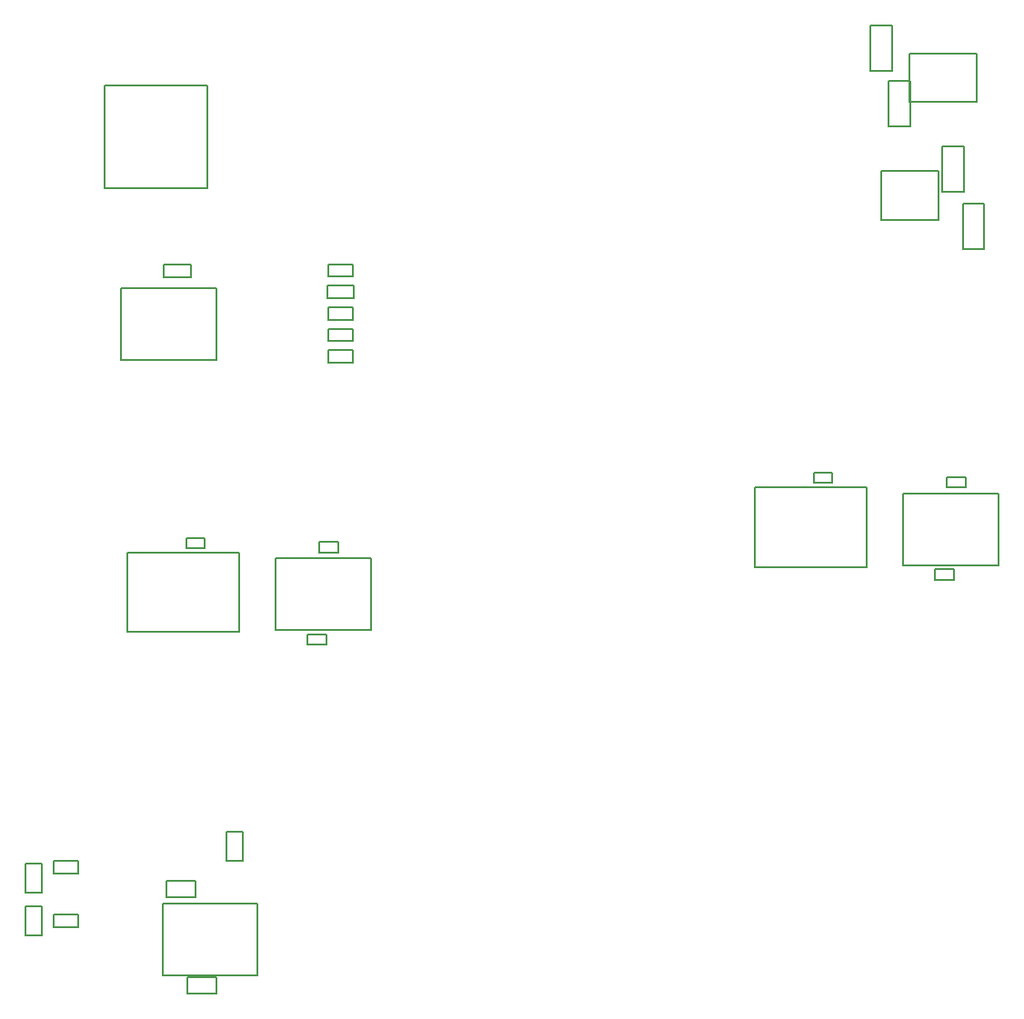
<source format=gbr>
%TF.GenerationSoftware,Altium Limited,Altium Designer,24.2.2 (26)*%
G04 Layer_Color=32768*
%FSLAX45Y45*%
%MOMM*%
%TF.SameCoordinates,B61E387C-C652-4A73-A4A4-6DD95E315EF5*%
%TF.FilePolarity,Positive*%
%TF.FileFunction,Other,Top_Courtyard*%
%TF.Part,Single*%
G01*
G75*
%TA.AperFunction,NonConductor*%
%ADD118C,0.20000*%
D118*
X5702100Y11626900D02*
X6661900D01*
Y10667100D02*
Y11626900D01*
X5702100Y10667100D02*
X6661900D01*
X5702100D02*
Y11626900D01*
X6985000Y4405000D02*
Y4675000D01*
X6835000Y4405000D02*
X6985000D01*
X6835000D02*
Y4675000D01*
X6985000D01*
X5225000Y3900000D02*
X5455000D01*
Y3780000D02*
Y3900000D01*
X5225000Y3780000D02*
X5455000D01*
X5225000D02*
Y3900000D01*
Y4280000D02*
X5455000D01*
X5225000D02*
Y4400000D01*
X5455000D01*
Y4280000D02*
Y4400000D01*
X5115000Y3705000D02*
Y3975000D01*
X4965000Y3705000D02*
X5115000D01*
X4965000D02*
Y3975000D01*
X5115000D01*
X4965000Y4105000D02*
Y4375000D01*
X5115000D01*
Y4105000D02*
Y4375000D01*
X4965000Y4105000D02*
X5115000D01*
X5857500Y9735310D02*
X6742500D01*
X5857500Y9064691D02*
Y9735310D01*
Y9064691D02*
X6742500D01*
Y9735310D01*
X5911021Y6532693D02*
Y7273312D01*
X6951021D01*
Y6532693D02*
Y7273312D01*
X5911021Y6532693D02*
X6951021D01*
X6460521Y7411503D02*
X6635521D01*
Y7316503D02*
Y7411503D01*
X6460521Y7316503D02*
X6635521D01*
X6460521D02*
Y7411503D01*
X8180521Y6548693D02*
Y7219312D01*
X7295521Y6548693D02*
X8180521D01*
X7295521D02*
Y7219312D01*
X8180521D01*
X7590521Y6416503D02*
X7765521D01*
X7590521D02*
Y6511503D01*
X7765521D01*
Y6416503D02*
Y6511503D01*
X7700521Y7371503D02*
X7875521D01*
Y7276503D02*
Y7371503D01*
X7700521Y7276503D02*
X7875521D01*
X7700521D02*
Y7371503D01*
X12302500Y8017500D02*
X12477500D01*
Y7922500D02*
Y8017500D01*
X12302500Y7922500D02*
X12477500D01*
X12302500D02*
Y8017500D01*
X14022501Y7154690D02*
Y7825310D01*
X13137500Y7154690D02*
X14022501D01*
X13137500D02*
Y7825310D01*
X14022501D01*
X13432500Y7022500D02*
X13607500D01*
X13432500D02*
Y7117500D01*
X13607500D01*
Y7022500D02*
Y7117500D01*
X11753001Y7138690D02*
Y7879310D01*
X12793001D01*
Y7138690D02*
Y7879310D01*
X11753001Y7138690D02*
X12793001D01*
X13542500Y7977500D02*
X13717500D01*
Y7882500D02*
Y7977500D01*
X13542500Y7882500D02*
X13717500D01*
X13542500D02*
Y7977500D01*
X6545000Y4065000D02*
Y4215000D01*
X6275000D02*
X6545000D01*
X6275000Y4065000D02*
Y4215000D01*
Y4065000D02*
X6545000D01*
X6745000Y3165000D02*
Y3315000D01*
X6475000D02*
X6745000D01*
X6475000Y3165000D02*
Y3315000D01*
Y3165000D02*
X6745000D01*
X6240500Y4006917D02*
X7125500D01*
X6240500Y3336297D02*
Y4006917D01*
Y3336297D02*
X7125500D01*
Y4006917D01*
X12934850Y10367750D02*
Y10832250D01*
Y10367750D02*
X13465150D01*
Y10832250D01*
X12934850D02*
X13465150D01*
X13823990Y11470551D02*
Y11924450D01*
X13197980D02*
X13823990D01*
X13197980Y11470551D02*
Y11924450D01*
Y11470551D02*
X13823990D01*
X13500000Y10637500D02*
X13700000D01*
Y11057500D01*
X13500000D02*
X13700000D01*
X13500000Y10637500D02*
Y11057500D01*
X13689999Y10102500D02*
X13889999D01*
Y10522500D01*
X13689999D02*
X13889999D01*
X13689999Y10102500D02*
Y10522500D01*
X12831979Y12183498D02*
X13031979D01*
X12831979Y11763498D02*
Y12183498D01*
Y11763498D02*
X13031979D01*
Y12183498D01*
X13000000Y11662500D02*
X13200000D01*
X13000000Y11242500D02*
Y11662500D01*
Y11242500D02*
X13200000D01*
Y11662500D01*
X6505000Y9842000D02*
Y9958000D01*
X6255000D02*
X6505000D01*
X6255000Y9842000D02*
Y9958000D01*
Y9842000D02*
X6505000D01*
X8012500Y9042500D02*
Y9157500D01*
X7787500D02*
X8012500D01*
X7787500Y9042500D02*
Y9157500D01*
Y9042500D02*
X8012500D01*
Y9442500D02*
Y9557500D01*
X7787500D02*
X8012500D01*
X7787500Y9442500D02*
Y9557500D01*
Y9442500D02*
X8012500D01*
X8012494Y9242511D02*
Y9357511D01*
X7787494D02*
X8012494D01*
X7787494Y9242511D02*
Y9357511D01*
Y9242511D02*
X8012494D01*
X8025000Y9642000D02*
Y9758000D01*
X7775000D02*
X8025000D01*
X7775000Y9642000D02*
Y9758000D01*
Y9642000D02*
X8025000D01*
X8012500Y9842500D02*
Y9957500D01*
X7787500D02*
X8012500D01*
X7787500Y9842500D02*
Y9957500D01*
Y9842500D02*
X8012500D01*
%TF.MD5,265dc86890f93c135ac37d74d930b784*%
M02*

</source>
